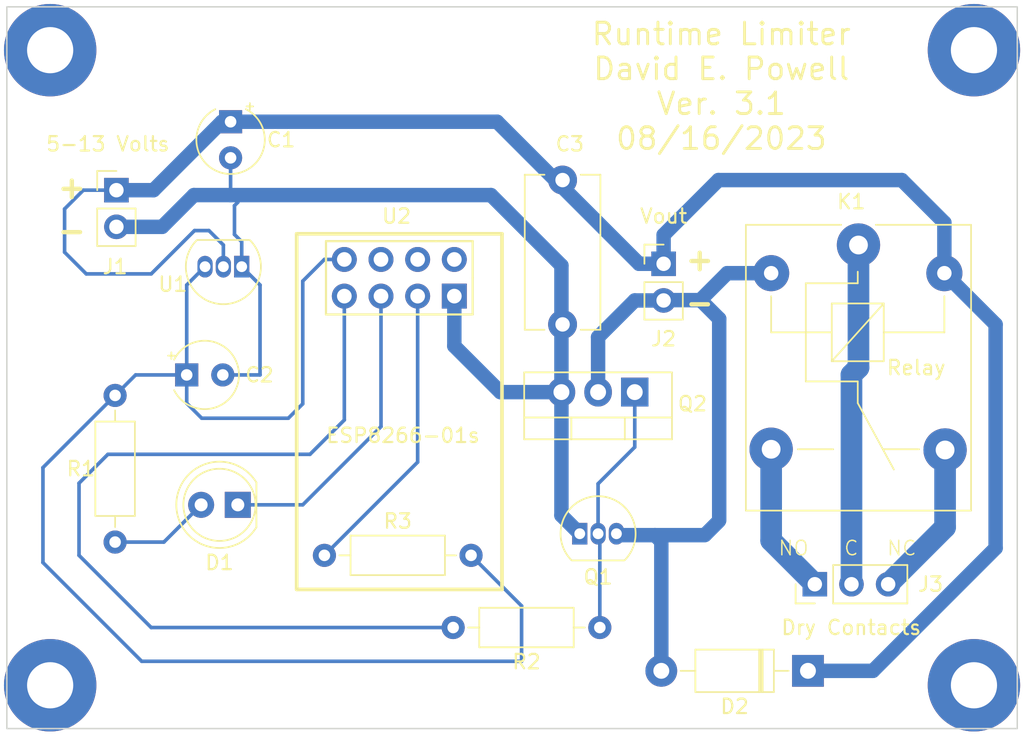
<source format=kicad_pcb>
(kicad_pcb (version 20211014) (generator pcbnew)
  (title_block (title "Runtime Limiter") (date "2023-06-26") (rev "01") (company "David E. Powell"))
  (layers (0 "F.Cu" signal) (31 "B.Cu" signal) (36 "B.SilkS" user "B.Silkscreen") (37 "F.SilkS" user "F.Silkscreen") (38 "B.Mask" user) (39 "F.Mask" user) (44 "Edge.Cuts" user))
  (net 0 "")
  (net 1 "GNDREF")
  (net 2 "Net-(Q1-Pad2)")
  (net 6 "Net-(R2-Pad2)")
  (net 7 "Net-(D1-Pad1)")
  (net 8 "Net-(D1-Pad2)")
  (net 9 "/Control Power")
  (net 10 "/Internal Power")
  (net 11 "/Control Ground")
  (net 12 "Net-(R3-Pad1)")
  (net 13 "Net-(K1-Pad3)")
  (net 14 "Net-(K1-Pad1)")
  (net 15 "Net-(K1-Pad4)")
  (footprint "MountingHole:MountingHole_3.2mm_M3_Pad" (layer "F.Cu") (at 3 3)
    (fp_text reference "REF**" hide)
    (fp_text value "MountingHole_3.2mm_M3_Pad" hide)
    (pad "1" thru_hole circle locked (at 0 0) (size 6.4 6.4) (drill 3.2) (layers *.Cu *.Mask))
  )
  (footprint "Resistor_THT:R_Axial_DIN0207_L6.3mm_D2.5mm_P10.16mm_Horizontal" (layer "F.Cu") (at 22 38)
    (fp_text reference "R3" (at 5.08 -2.37) (layer "F.SilkS"))
    (fp_text value "12K" hide)
    (fp_line (start 1.81 1.37) (end 8.35 1.37) (layer "F.SilkS") (width 0.12))
    (fp_line (start 1.81 -1.37) (end 1.81 1.37) (layer "F.SilkS") (width 0.12))
    (fp_line (start 9.12 0) (end 8.35 0) (layer "F.SilkS") (width 0.12))
    (fp_line (start 8.35 -1.37) (end 1.81 -1.37) (layer "F.SilkS") (width 0.12))
    (fp_line (start 1.04 0) (end 1.81 0) (layer "F.SilkS") (width 0.12))
    (fp_line (start 8.35 1.37) (end 8.35 -1.37) (layer "F.SilkS") (width 0.12))
    (pad "1" thru_hole circle (at 0 0) (size 1.6 1.6) (drill 0.8) (layers *.Cu *.Mask) (net 12 "Net-(R3-Pad1)"))
    (pad "2" thru_hole oval (at 10.16 0) (size 1.6 1.6) (drill 0.8) (layers *.Cu *.Mask) (net 10 "/Internal Power"))
  )
  (footprint "Connector_PinHeader_2.54mm:PinHeader_1x03_P2.54mm_Vertical" (layer "F.Cu") (at 55.975 40 90)
    (fp_text reference "J3" (at 0 8.025 180) (layer "F.SilkS"))
    (fp_text value "Dry Contacts" (at -3 2.525 180) (layer "F.SilkS"))
    (fp_line (start -1.33 1.27) (end -1.33 6.41) (layer "F.SilkS") (width 0.12))
    (fp_line (start -1.33 0) (end -1.33 -1.33) (layer "F.SilkS") (width 0.12))
    (fp_line (start 1.33 1.27) (end 1.33 6.41) (layer "F.SilkS") (width 0.12))
    (fp_line (start -1.33 6.41) (end 1.33 6.41) (layer "F.SilkS") (width 0.12))
    (fp_line (start -1.33 -1.33) (end 0 -1.33) (layer "F.SilkS") (width 0.12))
    (fp_line (start -1.33 1.27) (end 1.33 1.27) (layer "F.SilkS") (width 0.12))
    (pad "1" thru_hole rect (at 0 0 90) (size 1.7 1.7) (drill 1) (layers *.Cu *.Mask) (net 13 "Net-(K1-Pad3)"))
    (pad "2" thru_hole oval (at 0 2.54 90) (size 1.7 1.7) (drill 1) (layers *.Cu *.Mask) (net 14 "Net-(K1-Pad1)"))
    (pad "3" thru_hole oval (at 0 5.08 90) (size 1.7 1.7) (drill 1) (layers *.Cu *.Mask) (net 15 "Net-(K1-Pad4)"))
  )
  (footprint "Diode_THT:D_DO-41_SOD81_P10.16mm_Horizontal" (layer "F.Cu") (at 55.5 46 180)
    (fp_text reference "D2" (at 5.08 -2.47) (layer "F.SilkS"))
    (fp_text value "1N4003" hide)
    (fp_line (start 7.8 1.47) (end 7.8 -1.47) (layer "F.SilkS") (width 0.12))
    (fp_line (start 3.38 -1.47) (end 3.38 1.47) (layer "F.SilkS") (width 0.12))
    (fp_line (start 2.36 1.47) (end 7.8 1.47) (layer "F.SilkS") (width 0.12))
    (fp_line (start 8.82 0) (end 7.8 0) (layer "F.SilkS") (width 0.12))
    (fp_line (start 2.36 -1.47) (end 2.36 1.47) (layer "F.SilkS") (width 0.12))
    (fp_line (start 3.26 -1.47) (end 3.26 1.47) (layer "F.SilkS") (width 0.12))
    (fp_line (start 7.8 -1.47) (end 2.36 -1.47) (layer "F.SilkS") (width 0.12))
    (fp_line (start 3.14 -1.47) (end 3.14 1.47) (layer "F.SilkS") (width 0.12))
    (fp_line (start 1.34 0) (end 2.36 0) (layer "F.SilkS") (width 0.12))
    (pad "1" thru_hole rect (at 0 0 180) (size 2.2 2.2) (drill 1.1) (layers *.Cu *.Mask) (net 9 "/Control Power"))
    (pad "2" thru_hole oval (at 10.16 0 180) (size 2.2 2.2) (drill 1.1) (layers *.Cu *.Mask) (net 11 "/Control Ground"))
  )
  (footprint "MountingHole:MountingHole_3.2mm_M3_Pad" (layer "F.Cu") (at 3 47)
    (fp_text reference "REF**" hide)
    (fp_text value "MountingHole_3.2mm_M3_Pad" hide)
    (pad "1" thru_hole circle locked (at 0 0) (size 6.4 6.4) (drill 3.2) (layers *.Cu *.Mask))
  )
  (footprint "Relay_THT:Relay_SPDT_SANYOU_SRD_Series_Form_C" (layer "F.Cu") (at 59 16.5 -90)
    (fp_text reference "K1" (at -3 0.5 -180) (layer "F.SilkS"))
    (fp_text value "Relay" (at 8.5 -4) (layer "F.SilkS"))
    (fp_line (start 6.05 -5.95) (end 3.55 -5.95) (layer "F.SilkS") (width 0.12))
    (fp_line (start 14.15 4.2) (end 14.15 1.75) (layer "F.SilkS") (width 0.12))
    (fp_line (start 10.95 0.05) (end 15.55 -2.45) (layer "F.SilkS") (width 0.12))
    (fp_line (start 2.65 0.05) (end 1.85 0.05) (layer "F.SilkS") (width 0.12))
    (fp_line (start 9.45 0.05) (end 9.45 3.65) (layer "F.SilkS") (width 0.12))
    (fp_line (start 3.55 6.05) (end 6.05 6.05) (layer "F.SilkS") (width 0.12))
    (fp_line (start 8.05 1.85) (end 4.05 1.85) (layer "F.SilkS") (width 0.12))
    (fp_line (start 6.05 1.85) (end 6.05 6.05) (layer "F.SilkS") (width 0.12))
    (fp_line (start 4.05 -1.75) (end 8.05 -1.75) (layer "F.SilkS") (width 0.12))
    (fp_line (start 2.65 0.05) (end 2.65 3.65) (layer "F.SilkS") (width 0.12))
    (fp_line (start 18.4 -7.8) (end 18.4 7.8) (layer "F.SilkS") (width 0.12))
    (fp_line (start -1.4 1.2) (end -1.4 7.8) (layer "F.SilkS") (width 0.12))
    (fp_line (start -1.4 -7.8) (end -1.4 -1.2) (layer "F.SilkS") (width 0.12))
    (fp_line (start -1.4 -7.8) (end 18.4 -7.8) (layer "F.SilkS") (width 0.12))
    (fp_line (start 6.05 -5.95) (end 6.05 -1.75) (layer "F.SilkS") (width 0.12))
    (fp_line (start 8.05 -1.75) (end 8.05 1.85) (layer "F.SilkS") (width 0.12))
    (fp_line (start 8.05 1.85) (end 4.05 -1.75) (layer "F.SilkS") (width 0.12))
    (fp_line (start 9.45 0.05) (end 10.95 0.05) (layer "F.SilkS") (width 0.12))
    (fp_line (start 18.4 7.8) (end -1.4 7.8) (layer "F.SilkS") (width 0.12))
    (fp_line (start 4.05 1.85) (end 4.05 -1.75) (layer "F.SilkS") (width 0.12))
    (fp_line (start 14.15 -4.2) (end 14.15 -1.7) (layer "F.SilkS") (width 0.12))
    (fp_line (start 9.45 3.65) (end 2.65 3.65) (layer "F.SilkS") (width 0.12))
    (pad "1" thru_hole circle (at 0 0) (size 3 3) (drill 1.3) (layers *.Cu *.Mask) (net 14 "Net-(K1-Pad1)"))
    (pad "2" thru_hole circle (at 1.95 6.05) (size 2.5 2.5) (drill 1) (layers *.Cu *.Mask) (net 11 "/Control Ground"))
    (pad "3" thru_hole circle (at 14.15 6.05) (size 3 3) (drill 1.3) (layers *.Cu *.Mask) (net 13 "Net-(K1-Pad3)"))
    (pad "4" thru_hole circle (at 14.2 -6) (size 3 3) (drill 1.3) (layers *.Cu *.Mask) (net 15 "Net-(K1-Pad4)"))
    (pad "5" thru_hole circle (at 1.95 -5.95) (size 2.5 2.5) (drill 1) (layers *.Cu *.Mask) (net 9 "/Control Power"))
  )
  (footprint "MountingHole:MountingHole_3.2mm_M3_Pad" (layer "F.Cu") (at 67 47)
    (fp_text reference "REF**" hide)
    (fp_text value "MountingHole_3.2mm_M3_Pad" hide)
    (pad "1" thru_hole circle locked (at 0 0) (size 6.4 6.4) (drill 3.2) (layers *.Cu *.Mask))
  )
  (footprint "Connector_PinHeader_2.54mm:PinHeader_1x02_P2.54mm_Vertical" (layer "F.Cu") (at 7.59 12.7)
    (fp_text reference "J1" (at -0.09 5.3) (layer "F.SilkS"))
    (fp_text value "5-13 Volts" (at -0.59 -3.2) (layer "F.SilkS"))
    (fp_line (start 1.33 1.27) (end 1.33 3.87) (layer "F.SilkS") (width 0.12))
    (fp_line (start -1.33 0) (end -1.33 -1.33) (layer "F.SilkS") (width 0.12))
    (fp_line (start -1.33 3.87) (end 1.33 3.87) (layer "F.SilkS") (width 0.12))
    (fp_line (start -1.33 1.27) (end -1.33 3.87) (layer "F.SilkS") (width 0.12))
    (fp_line (start -1.33 1.27) (end 1.33 1.27) (layer "F.SilkS") (width 0.12))
    (fp_line (start -1.33 -1.33) (end 0 -1.33) (layer "F.SilkS") (width 0.12))
    (pad "1" thru_hole rect (at 0 0) (size 1.7 1.7) (drill 1) (layers *.Cu *.Mask) (net 9 "/Control Power"))
    (pad "2" thru_hole oval (at 0 2.54) (size 1.7 1.7) (drill 1) (layers *.Cu *.Mask) (net 1 "GNDREF"))
  )
  (footprint "Connector_PinHeader_2.54mm:PinHeader_1x02_P2.54mm_Vertical" (layer "F.Cu") (at 45.5 17.8)
    (fp_text reference "J2" (at 0 5.2) (layer "F.SilkS"))
    (fp_text value "Vout" (at 0 -3.3) (layer "F.SilkS"))
    (fp_line (start -1.33 3.87) (end 1.33 3.87) (layer "F.SilkS") (width 0.12))
    (fp_line (start -1.33 -1.33) (end 0 -1.33) (layer "F.SilkS") (width 0.12))
    (fp_line (start -1.33 1.27) (end -1.33 3.87) (layer "F.SilkS") (width 0.12))
    (fp_line (start -1.33 0) (end -1.33 -1.33) (layer "F.SilkS") (width 0.12))
    (fp_line (start 1.33 1.27) (end 1.33 3.87) (layer "F.SilkS") (width 0.12))
    (fp_line (start -1.33 1.27) (end 1.33 1.27) (layer "F.SilkS") (width 0.12))
    (pad "1" thru_hole rect (at 0 0) (size 1.7 1.7) (drill 1) (layers *.Cu *.Mask) (net 9 "/Control Power"))
    (pad "2" thru_hole oval (at 0 2.54) (size 1.7 1.7) (drill 1) (layers *.Cu *.Mask) (net 11 "/Control Ground"))
  )
  (footprint "Capacitor_THT:CP_Radial_Tantal_D4.5mm_P2.50mm" (layer "F.Cu") (at 12.46 25.5)
    (fp_text reference "C2" (at 5.04 0) (layer "F.SilkS"))
    (fp_text value "1.0" hide)
    (fp_line (start -1.062288 -1.56) (end -1.062288 -1.11) (layer "F.SilkS") (width 0.12))
    (fp_line (start -1.287288 -1.335) (end -0.837288 -1.335) (layer "F.SilkS") (width 0.12))
    (fp_arc (start -0.869741 -1.06) (mid 3.62 0) (end -0.869741 1.06) (layer "F.SilkS") (width 0.12))
    (pad "1" thru_hole rect (at 0 0) (size 1.6 1.6) (drill 0.8) (layers *.Cu *.Mask) (net 10 "/Internal Power"))
    (pad "2" thru_hole circle (at 2.5 0) (size 1.6 1.6) (drill 0.8) (layers *.Cu *.Mask) (net 1 "GNDREF"))
  )
  (footprint "Resistor_THT:R_Axial_DIN0207_L6.3mm_D2.5mm_P10.16mm_Horizontal" (layer "F.Cu") (at 7.5 37.08 90)
    (fp_text reference "R1" (at 5.08 -2.37) (layer "F.SilkS"))
    (fp_text value "220" hide)
    (fp_line (start 8.35 1.37) (end 8.35 -1.37) (layer "F.SilkS") (width 0.12))
    (fp_line (start 1.81 -1.37) (end 1.81 1.37) (layer "F.SilkS") (width 0.12))
    (fp_line (start 9.12 0) (end 8.35 0) (layer "F.SilkS") (width 0.12))
    (fp_line (start 1.04 0) (end 1.81 0) (layer "F.SilkS") (width 0.12))
    (fp_line (start 1.81 1.37) (end 8.35 1.37) (layer "F.SilkS") (width 0.12))
    (fp_line (start 8.35 -1.37) (end 1.81 -1.37) (layer "F.SilkS") (width 0.12))
    (pad "1" thru_hole circle (at 0 0 90) (size 1.6 1.6) (drill 0.8) (layers *.Cu *.Mask) (net 8 "Net-(D1-Pad2)"))
    (pad "2" thru_hole oval (at 10.16 0 90) (size 1.6 1.6) (drill 0.8) (layers *.Cu *.Mask) (net 10 "/Internal Power"))
  )
  (footprint "Package_TO_SOT_THT:TO-92_Inline" (layer "F.Cu") (at 16.27 18 180)
    (fp_text reference "U1" (at 4.77 -1.22) (layer "F.SilkS"))
    (fp_text value "MCP1700-330" hide)
    (fp_line (start -0.53 1.85) (end 3.07 1.85) (layer "F.SilkS") (width 0.12))
    (fp_arc (start 1.27 -2.6) (mid 3.672087 -0.994977) (end 3.108478 1.838478) (layer "F.SilkS") (width 0.12))
    (fp_arc (start -0.568478 1.838478) (mid -1.132087 -0.994977) (end 1.27 -2.6) (layer "F.SilkS") (width 0.12))
    (pad "1" thru_hole rect (at 0 0 180) (size 1.05 1.5) (drill 0.75) (layers *.Cu *.Mask) (net 1 "GNDREF"))
    (pad "2" thru_hole oval (at 1.27 0 180) (size 1.05 1.5) (drill 0.75) (layers *.Cu *.Mask) (net 9 "/Control Power"))
    (pad "3" thru_hole oval (at 2.54 0 180) (size 1.05 1.5) (drill 0.75) (layers *.Cu *.Mask) (net 10 "/Internal Power"))
  )
  (footprint "Resistor_THT:R_Axial_DIN0207_L6.3mm_D2.5mm_P10.16mm_Horizontal" (layer "F.Cu") (at 41.08 43 180)
    (fp_text reference "R2" (at 5.08 -2.37) (layer "F.SilkS"))
    (fp_text value "1K" hide)
    (fp_line (start 1.04 0) (end 1.81 0) (layer "F.SilkS") (width 0.12))
    (fp_line (start 9.12 0) (end 8.35 0) (layer "F.SilkS") (width 0.12))
    (fp_line (start 8.35 -1.37) (end 1.81 -1.37) (layer "F.SilkS") (width 0.12))
    (fp_line (start 8.35 1.37) (end 8.35 -1.37) (layer "F.SilkS") (width 0.12))
    (fp_line (start 1.81 -1.37) (end 1.81 1.37) (layer "F.SilkS") (width 0.12))
    (fp_line (start 1.81 1.37) (end 8.35 1.37) (layer "F.SilkS") (width 0.12))
    (pad "1" thru_hole circle (at 0 0 180) (size 1.6 1.6) (drill 0.8) (layers *.Cu *.Mask) (net 2 "Net-(Q1-Pad2)"))
    (pad "2" thru_hole oval (at 10.16 0 180) (size 1.6 1.6) (drill 0.8) (layers *.Cu *.Mask) (net 6 "Net-(R2-Pad2)"))
  )
  (footprint "Package_TO_SOT_THT:TO-220-3_Vertical" (layer "F.Cu") (at 43.5 26.69 180)
    (fp_text reference "Q2" (at -4 -0.81 180) (layer "F.SilkS"))
    (fp_text value "2SD2023" hide)
    (fp_line (start -2.58 -3.27) (end 7.66 -3.27) (layer "F.SilkS") (width 0.12))
    (fp_line (start -2.58 -1.76) (end 7.66 -1.76) (layer "F.SilkS") (width 0.12))
    (fp_line (start 7.66 -3.27) (end 7.66 1.371) (layer "F.SilkS") (width 0.12))
    (fp_line (start -2.58 -3.27) (end -2.58 1.371) (layer "F.SilkS") (width 0.12))
    (fp_line (start 0.69 -3.27) (end 0.69 -1.76) (layer "F.SilkS") (width 0.12))
    (fp_line (start -2.58 1.371) (end 7.66 1.371) (layer "F.SilkS") (width 0.12))
    (fp_line (start 4.391 -3.27) (end 4.391 -1.76) (layer "F.SilkS") (width 0.12))
    (pad "1" thru_hole rect (at 0 0 180) (size 1.905 2) (drill 1.1) (layers *.Cu *.Mask) (net 2 "Net-(Q1-Pad2)"))
    (pad "2" thru_hole oval (at 2.54 0 180) (size 1.905 2) (drill 1.1) (layers *.Cu *.Mask) (net 11 "/Control Ground"))
    (pad "3" thru_hole oval (at 5.08 0 180) (size 1.905 2) (drill 1.1) (layers *.Cu *.Mask) (net 1 "GNDREF"))
  )
  (footprint "LED_THT:LED_D5.0mm" (layer "F.Cu") (at 16 34.5 180)
    (fp_text reference "D1" (at 1.27 -4) (layer "F.SilkS"))
    (fp_text value "LED" hide)
    (fp_line (start -1.29 -1.545) (end -1.29 1.545) (layer "F.SilkS") (width 0.12))
    (fp_arc (start 4.26 -0.000462) (mid 2.072002 2.880433) (end -1.29 1.54483) (layer "F.SilkS") (width 0.12))
    (fp_arc (start -1.29 -1.54483) (mid 2.072002 -2.880433) (end 4.26 0.000462) (layer "F.SilkS") (width 0.12))
    (fp_circle (center 1.27 0) (end 3.77 0) (layer "F.SilkS") (width 0.12) (fill none))
    (pad "1" thru_hole rect (at 0 0 180) (size 1.8 1.8) (drill 0.9) (layers *.Cu *.Mask) (net 7 "Net-(D1-Pad1)"))
    (pad "2" thru_hole circle (at 2.54 0 180) (size 1.8 1.8) (drill 0.9) (layers *.Cu *.Mask) (net 8 "Net-(D1-Pad2)"))
  )
  (footprint "Capacitor_THT:C_Disc_D10.5mm_W5.0mm_P10.00mm" (layer "F.Cu") (at 38.5 12 -90)
    (fp_text reference "C3" (at -2.5 -0.5 180) (layer "F.SilkS"))
    (fp_text value "0.1" hide)
    (fp_line (start -0.37 -2.62) (end -0.37 -1.256) (layer "F.SilkS") (width 0.12))
    (fp_line (start -0.37 -2.62) (end 10.37 -2.62) (layer "F.SilkS") (width 0.12))
    (fp_line (start -0.37 2.62) (end 10.37 2.62) (layer "F.SilkS") (width 0.12))
    (fp_line (start 10.37 -2.62) (end 10.37 -1.256) (layer "F.SilkS") (width 0.12))
    (fp_line (start 10.37 1.256) (end 10.37 2.62) (layer "F.SilkS") (width 0.12))
    (fp_line (start -0.37 1.256) (end -0.37 2.62) (layer "F.SilkS") (width 0.12))
    (pad "1" thru_hole circle (at 0 0 270) (size 2 2) (drill 1) (layers *.Cu *.Mask) (net 9 "/Control Power"))
    (pad "2" thru_hole circle (at 10 0 270) (size 2 2) (drill 1) (layers *.Cu *.Mask) (net 1 "GNDREF"))
  )
  (footprint "ESP8266:ESP8266-01s" (layer "F.Cu") (at 31 17.5 -90)
    (fp_text reference "U2" (at -3 4) (layer "F.SilkS"))
    (fp_text value "ESP8266-01s" (at 12.192 3.556) (layer "F.SilkS"))
    (fp_line (start 22.86 10.922) (end -1.778 10.922) (layer "F.SilkS") (width 0.254))
    (fp_line (start -1.27 -1.27) (end -1.27 1.27) (layer "F.SilkS") (width 0.1524))
    (fp_line (start 22.86 -3.302) (end 22.86 10.922) (layer "F.SilkS") (width 0.254))
    (fp_line (start -1.27 8.89) (end 3.81 8.89) (layer "F.SilkS") (width 0.1524))
    (fp_line (start -1.778 10.922) (end -1.778 -3.302) (layer "F.SilkS") (width 0.254))
    (fp_line (start -1.778 -3.302) (end 22.86 -3.302) (layer "F.SilkS") (width 0.254))
    (fp_line (start -1.27 1.27) (end -1.27 8.89) (layer "F.SilkS") (width 0.1524))
    (fp_line (start 3.81 -1.27) (end 1.27 -1.27) (layer "F.SilkS") (width 0.1524))
    (fp_line (start 1.27 -1.27) (end -1.27 -1.27) (layer "F.SilkS") (width 0.1524))
    (fp_line (start 3.81 8.89) (end 3.81 -1.27) (layer "F.SilkS") (width 0.1524))
    (pad "1" thru_hole rect (at 2.54 0 270) (size 1.7272 1.7272) (drill 1.016) (layers *.Cu *.Mask) (net 1 "GNDREF"))
    (pad "2" thru_hole oval (at 0 0 270) (size 1.7272 1.7272) (drill 1.016) (layers *.Cu *.Mask))
    (pad "3" thru_hole oval (at 2.54 2.54 270) (size 1.7272 1.7272) (drill 1.016) (layers *.Cu *.Mask) (net 12 "Net-(R3-Pad1)"))
    (pad "4" thru_hole oval (at 0 2.54 270) (size 1.7272 1.7272) (drill 1.016) (layers *.Cu *.Mask))
    (pad "5" thru_hole oval (at 2.54 5.08 270) (size 1.7272 1.7272) (drill 1.016) (layers *.Cu *.Mask) (net 7 "Net-(D1-Pad1)"))
    (pad "6" thru_hole oval (at 0 5.08 270) (size 1.7272 1.7272) (drill 1.016) (layers *.Cu *.Mask))
    (pad "7" thru_hole oval (at 2.54 7.62 270) (size 1.7272 1.7272) (drill 1.016) (layers *.Cu *.Mask) (net 6 "Net-(R2-Pad2)"))
    (pad "8" thru_hole oval (at 0 7.62 270) (size 1.7272 1.7272) (drill 1.016) (layers *.Cu *.Mask) (net 10 "/Internal Power"))
  )
  (footprint "Package_TO_SOT_THT:TO-92_Inline" (layer "F.Cu") (at 39.69 36.501115)
    (fp_text reference "Q1" (at 1.27 2.998885) (layer "F.SilkS"))
    (fp_text value "2N3904" hide)
    (fp_line (start -0.53 1.85) (end 3.07 1.85) (layer "F.SilkS") (width 0.12))
    (fp_arc (start -0.568478 1.838478) (mid -1.132087 -0.994977) (end 1.27 -2.6) (layer "F.SilkS") (width 0.12))
    (fp_arc (start 1.27 -2.6) (mid 3.672087 -0.994977) (end 3.108478 1.838478) (layer "F.SilkS") (width 0.12))
    (pad "1" thru_hole rect (at 0 0) (size 1.05 1.5) (drill 0.75) (layers *.Cu *.Mask) (net 1 "GNDREF"))
    (pad "2" thru_hole oval (at 1.27 0) (size 1.05 1.5) (drill 0.75) (layers *.Cu *.Mask) (net 2 "Net-(Q1-Pad2)"))
    (pad "3" thru_hole oval (at 2.54 0) (size 1.05 1.5) (drill 0.75) (layers *.Cu *.Mask) (net 11 "/Control Ground"))
  )
  (footprint "Capacitor_THT:CP_Radial_Tantal_D4.5mm_P2.50mm" (layer "F.Cu") (at 15.5 7.96 -90)
    (fp_text reference "C1" (at 1.25 -3.5) (layer "F.SilkS"))
    (fp_text value "1.0" hide)
    (fp_line (start -1.287288 -1.335) (end -0.837288 -1.335) (layer "F.SilkS") (width 0.12))
    (fp_line (start -1.062288 -1.56) (end -1.062288 -1.11) (layer "F.SilkS") (width 0.12))
    (fp_arc (start -0.869741 -1.06) (mid 3.62 0) (end -0.869741 1.06) (layer "F.SilkS") (width 0.12))
    (pad "1" thru_hole rect (at 0 0 270) (size 1.6 1.6) (drill 0.8) (layers *.Cu *.Mask) (net 9 "/Control Power"))
    (pad "2" thru_hole circle (at 2.5 0 270) (size 1.6 1.6) (drill 0.8) (layers *.Cu *.Mask) (net 1 "GNDREF"))
  )
  (footprint "MountingHole:MountingHole_3.2mm_M3_Pad" (layer "F.Cu") (at 67 3)
    (fp_text reference "REF**" hide)
    (fp_text value "MountingHole_3.2mm_M3_Pad" hide)
    (pad "1" thru_hole circle locked (at 0 0) (size 6.4 6.4) (drill 3.2) (layers *.Cu *.Mask))
  )
  (gr_rect locked (start 0 0) (end 70 50) (layer "Edge.Cuts") (width 0.1) (fill none))
  (gr_text "NO" (at 54.5 37.5) (layer "F.SilkS") (effects (font (size 1 1) (thickness 0.1))))
  (gr_text "+" (at 48 17.5) (layer "F.SilkS") (effects (font (size 1.5 1.5) (thickness 0.3))))
  (gr_text "-" (at 4.5 15.5) (layer "F.SilkS") (effects (font (size 1.5 1.5) (thickness 0.3))))
  (gr_text "Runtime Limiter\nDavid E. Powell\nVer. 3.1\n08/16/2023" (at 49.5 5.5) (layer "F.SilkS") (effects (font (size 1.5 1.5) (thickness 0.2))))
  (gr_text "C" (at 58.5 37.5) (layer "F.SilkS") (effects (font (size 1 1) (thickness 0.1))))
  (gr_text "NC" (at 62 37.5) (layer "F.SilkS") (effects (font (size 1 1) (thickness 0.1))))
  (gr_text "+" (at 4.5 12.5) (layer "F.SilkS") (effects (font (size 1.5 1.5) (thickness 0.3))))
  (gr_text "-" (at 48 20.5) (layer "F.SilkS") (effects (font (size 1.5 1.5) (thickness 0.3))))
  (segment (start 31 23.5) (end 34.19 26.69) (width 1) (layer "B.Cu") (net 1))
  (segment (start 34.19 26.69) (end 38.42 26.69) (width 1) (layer "B.Cu") (net 1))
  (segment (start 38.42 26.69) (end 38.42 35.231115) (width 1) (layer "B.Cu") (net 1))
  (segment (start 38.42 35.231115) (end 39.69 36.501115) (width 1) (layer "B.Cu") (net 1))
  (segment (start 16 13.54) (end 15.77 13.77) (width 0.25) (layer "B.Cu") (net 1))
  (segment (start 31 20.04) (end 31 23.5) (width 1) (layer "B.Cu") (net 1))
  (segment (start 15.5 13.04) (end 33.54 13.04) (width 1) (layer "B.Cu") (net 1))
  (segment (start 17.54 19.27) (end 17.54 25.5) (width 0.25) (layer "B.Cu") (net 1))
  (segment (start 16.27 18) (end 17.54 19.27) (width 0.25) (layer "B.Cu") (net 1))
  (segment (start 38.42 17.92) (end 38.42 26.69) (width 1) (layer "B.Cu") (net 1))
  (segment (start 10.76 15.24) (end 7.59 15.24) (width 1) (layer "B.Cu") (net 1))
  (segment (start 15.5 13.04) (end 12.96 13.04) (width 1) (layer "B.Cu") (net 1))
  (segment (start 33.54 13.04) (end 38.42 17.92) (width 1) (layer "B.Cu") (net 1))
  (segment (start 15.5 13.04) (end 16 13.54) (width 0.25) (layer "B.Cu") (net 1))
  (segment (start 15.77 13.77) (end 15.77 15.77) (width 0.25) (layer "B.Cu") (net 1))
  (segment (start 17.54 25.5) (end 14.96 25.5) (width 0.25) (layer "B.Cu") (net 1))
  (segment (start 16.27 16.27) (end 16.27 18) (width 0.25) (layer "B.Cu") (net 1))
  (segment (start 15.5 10.46) (end 15.5 13.04) (width 0.25) (layer "B.Cu") (net 1))
  (segment (start 12.96 13.04) (end 10.76 15.24) (width 1) (layer "B.Cu") (net 1))
  (segment (start 15.77 15.77) (end 16.27 16.27) (width 0.25) (layer "B.Cu") (net 1))
  (segment (start 43.5 26.69) (end 43.5 30.5) (width 0.25) (layer "B.Cu") (net 2))
  (segment (start 43.5 30.5) (end 40.96 33.04) (width 0.25) (layer "B.Cu") (net 2))
  (segment (start 41.08 36.621115) (end 40.96 36.501115) (width 0.25) (layer "B.Cu") (net 2))
  (segment (start 41.08 43) (end 41.08 36.621115) (width 0.25) (layer "B.Cu") (net 2))
  (segment (start 40.96 33.04) (end 40.96 36.501115) (width 0.25) (layer "B.Cu") (net 2))
  (segment (start 23.38 28.62) (end 23.38 20.04) (width 0.25) (layer "B.Cu") (net 6))
  (segment (start 21 31) (end 23.38 28.62) (width 0.25) (layer "B.Cu") (net 6))
  (segment (start 30.92 43) (end 10 43) (width 0.25) (layer "B.Cu") (net 6))
  (segment (start 10 43) (end 5 38) (width 0.25) (layer "B.Cu") (net 6))
  (segment (start 7 31) (end 21 31) (width 0.25) (layer "B.Cu") (net 6))
  (segment (start 5 38) (end 5 33) (width 0.25) (layer "B.Cu") (net 6))
  (segment (start 5 33) (end 7 31) (width 0.25) (layer "B.Cu") (net 6))
  (segment (start 16 34.5) (end 20.5 34.5) (width 0.25) (layer "B.Cu") (net 7))
  (segment (start 20.5 34.5) (end 25.92 29.08) (width 0.25) (layer "B.Cu") (net 7))
  (segment (start 25.92 29.08) (end 25.92 20.04) (width 0.25) (layer "B.Cu") (net 7))
  (segment (start 7.5 37.08) (end 10.88 37.08) (width 0.25) (layer "B.Cu") (net 8))
  (segment (start 10.88 37.08) (end 13.46 34.5) (width 0.25) (layer "B.Cu") (net 8))
  (segment (start 10.16 12.7) (end 7.59 12.7) (width 1) (layer "B.Cu") (net 9))
  (segment (start 15 16.5) (end 14 15.5) (width 0.25) (layer "B.Cu") (net 9))
  (segment (start 60 46) (end 68.5 37.5) (width 1) (layer "B.Cu") (net 9))
  (segment (start 49.3 12) (end 62 12) (width 1) (layer "B.Cu") (net 9))
  (segment (start 45.5 17.8) (end 45.5 15.8) (width 1) (layer "B.Cu") (net 9))
  (segment (start 68.5 37.5) (end 68.5 22) (width 1) (layer "B.Cu") (net 9))
  (segment (start 62 12) (end 64.95 14.95) (width 1) (layer "B.Cu") (net 9))
  (segment (start 15 18.64) (end 15 16.5) (width 0.25) (layer "B.Cu") (net 9))
  (segment (start 33.96 7.96) (end 15.5 7.96) (width 1) (layer "B.Cu") (net 9))
  (segment (start 43.8 17.8) (end 33.96 7.96) (width 1) (layer "B.Cu") (net 9))
  (segment (start 45.5 17.8) (end 43.8 17.8) (width 1) (layer "B.Cu") (net 9))
  (segment (start 5.5 18.5) (end 4 17) (width 0.25) (layer "B.Cu") (net 9))
  (segment (start 13 15.5) (end 10 18.5) (width 0.25) (layer "B.Cu") (net 9))
  (segment (start 55.5 46) (end 60 46) (width 1) (layer "B.Cu") (net 9))
  (segment (start 14.9 7.96) (end 10.16 12.7) (width 1) (layer "B.Cu") (net 9))
  (segment (start 64.95 14.95) (end 64.95 18.45) (width 1) (layer "B.Cu") (net 9))
  (segment (start 14 15.5) (end 13 15.5) (width 0.25) (layer "B.Cu") (net 9))
  (segment (start 10 18.5) (end 5.5 18.5) (width 0.25) (layer "B.Cu") (net 9))
  (segment (start 45.5 15.8) (end 49.3 12) (width 1) (layer "B.Cu") (net 9))
  (segment (start 4 14) (end 5.3 12.7) (width 0.25) (layer "B.Cu") (net 9))
  (segment (start 5.3 12.7) (end 7.59 12.7) (width 0.25) (layer "B.Cu") (net 9))
  (segment (start 4 17) (end 4 14) (width 0.25) (layer "B.Cu") (net 9))
  (segment (start 68.5 22) (end 64.95 18.45) (width 1) (layer "B.Cu") (net 9))
  (segment (start 15.5 7.96) (end 14.9 7.96) (width 1) (layer "B.Cu") (net 9))
  (segment (start 12.46 27.46) (end 12.46 25.5) (width 0.25) (layer "B.Cu") (net 10))
  (segment (start 8.92 25.5) (end 12.46 25.5) (width 0.25) (layer "B.Cu") (net 10))
  (segment (start 35.66 41.5) (end 35.66 45.34) (width 0.25) (layer "B.Cu") (net 10))
  (segment (start 19.5 28.5) (end 13.5 28.5) (width 0.25) (layer "B.Cu") (net 10))
  (segment (start 20.5 27.5) (end 19.5 28.5) (width 0.25) (layer "B.Cu") (net 10))
  (segment (start 12.46 19.27) (end 13.73 18) (width 0.25) (layer "B.Cu") (net 10))
  (segment (start 13.5 28.5) (end 12.46 27.46) (width 0.25) (layer "B.Cu") (net 10))
  (segment (start 22 17.5) (end 20.5 19) (width 0.25) (layer "B.Cu") (net 10))
  (segment (start 20.5 19) (end 20.5 27.5) (width 0.25) (layer "B.Cu") (net 10))
  (segment (start 2.5 31.92) (end 7.5 26.92) (width 0.25) (layer "B.Cu") (net 10))
  (segment (start 12.46 25.5) (end 12.46 19.27) (width 0.25) (layer "B.Cu") (net 10))
  (segment (start 9.34 45.34) (end 2.5 38.5) (width 0.25) (layer "B.Cu") (net 10))
  (segment (start 32.16 38) (end 35.66 41.5) (width 0.25) (layer "B.Cu") (net 10))
  (segment (start 7.5 26.92) (end 8.92 25.5) (width 0.25) (layer "B.Cu") (net 10))
  (segment (start 35.66 45.34) (end 9.34 45.34) (width 0.25) (layer "B.Cu") (net 10))
  (segment (start 2.5 38.5) (end 2.5 31.92) (width 0.25) (layer "B.Cu") (net 10))
  (segment (start 23.38 17.5) (end 22 17.5) (width 0.25) (layer "B.Cu") (net 10))
  (segment (start 45.523308 20.316692) (end 48.041243 20.316692) (width 1) (layer "B.Cu") (net 11))
  (segment (start 45.34 46) (end 45.34 37.04) (width 1) (layer "B.Cu") (net 11))
  (segment (start 49.35 21.61) (end 49.35 35.58) (width 1) (layer "B.Cu") (net 11))
  (segment (start 44.9 36.6) (end 42.270557 36.6) (width 1) (layer "B.Cu") (net 11))
  (segment (start 45.34 37.04) (end 44.9 36.6) (width 1) (layer "B.Cu") (net 11))
  (segment (start 43.5 20.34) (end 40.96 22.88) (width 1) (layer "B.Cu") (net 11))
  (segment (start 45.5 20.34) (end 45.523308 20.316692) (width 1) (layer "B.Cu") (net 11))
  (segment (start 40.96 22.88) (end 40.96 26.69) (width 1) (layer "B.Cu") (net 11))
  (segment (start 45.5 20.34) (end 43.5 20.34) (width 1) (layer "B.Cu") (net 11))
  (segment (start 49.310557 35.639442) (end 48.389442 36.560557) (width 1) (layer "B.Cu") (net 11))
  (segment (start 49.907935 18.45) (end 52.95 18.45) (width 1) (layer "B.Cu") (net 11))
  (segment (start 48.08 20.34) (end 49.35 21.61) (width 1) (layer "B.Cu") (net 11))
  (segment (start 48.041243 20.316692) (end 49.907935 18.45) (width 1) (layer "B.Cu") (net 11))
  (segment (start 48.35 36.6) (end 44.9 36.6) (width 1) (layer "B.Cu") (net 11))
  (segment (start 28.46 31.54) (end 28.46 20.04) (width 0.25) (layer "B.Cu") (net 12))
  (segment (start 22 38) (end 28.46 31.54) (width 0.25) (layer "B.Cu") (net 12))
  (segment (start 52.95 30.65) (end 52.95 36.975) (width 1.5) (layer "B.Cu") (net 13))
  (segment (start 52.95 36.975) (end 55.975 40) (width 1.5) (layer "B.Cu") (net 13))
  (segment (start 58.515 25.485) (end 59 25) (width 1.5) (layer "B.Cu") (net 14))
  (segment (start 58.515 40) (end 58.515 25.485) (width 1.5) (layer "B.Cu") (net 14))
  (segment (start 59 25) (end 59 16.5) (width 1.5) (layer "B.Cu") (net 14))
  (segment (start 65 36.055) (end 61.055 40) (width 1.5) (layer "B.Cu") (net 15))
  (segment (start 65 30.7) (end 65 36.055) (width 1.5) (layer "B.Cu") (net 15))
)
</source>
